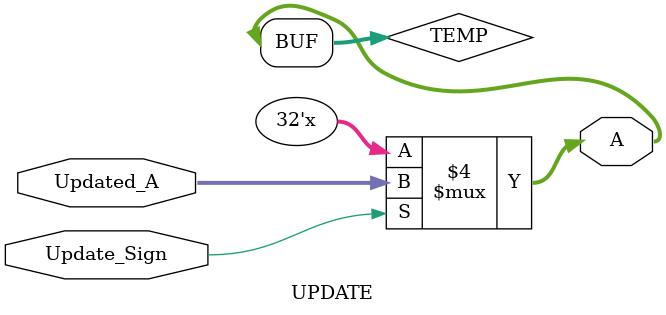
<source format=v>
module UPDATE(
    input wire [31:0] Updated_A,
    input wire Update_Sign,
    output wire [31:0] A
    );

    reg [31:0] TEMP;
    assign A = TEMP;
    initial	TEMP = 0;

    always @ (*) begin
		if (Update_Sign) TEMP = Updated_A;
	end

endmodule
</source>
